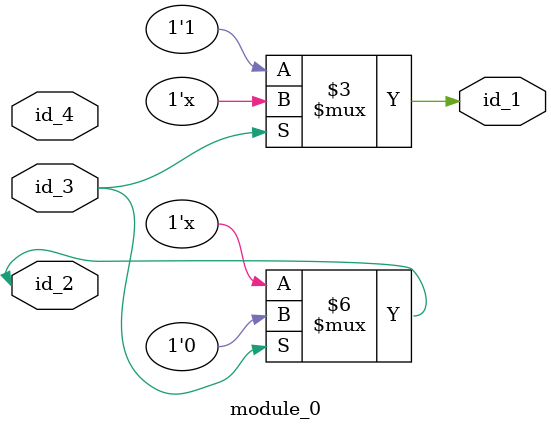
<source format=v>
module module_0 (
    id_1,
    id_2,
    id_3,
    id_4
);
  inout id_4;
  input id_3;
  inout id_2;
  output id_1;
  always @(*) begin
    case (1 | 1)
      id_3: id_2 <= 1'h0;
      1 == 1: begin
        id_1 <= 1;
      end
      default: ;
    endcase
  end
endmodule

</source>
